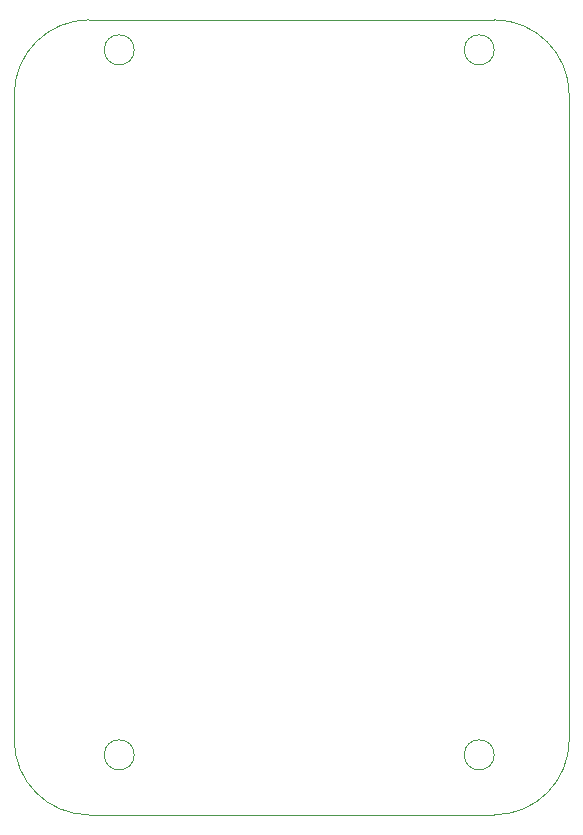
<source format=gbr>
%TF.GenerationSoftware,KiCad,Pcbnew,(5.1.6)-1*%
%TF.CreationDate,2022-06-15T09:10:04-05:00*%
%TF.ProjectId,ESP32-S2_Dev,45535033-322d-4533-925f-4465762e6b69,01*%
%TF.SameCoordinates,Original*%
%TF.FileFunction,Profile,NP*%
%FSLAX46Y46*%
G04 Gerber Fmt 4.6, Leading zero omitted, Abs format (unit mm)*
G04 Created by KiCad (PCBNEW (5.1.6)-1) date 2022-06-15 09:10:04*
%MOMM*%
%LPD*%
G01*
G04 APERTURE LIST*
%TA.AperFunction,Profile*%
%ADD10C,0.050000*%
%TD*%
G04 APERTURE END LIST*
D10*
X106680000Y-130810000D02*
G75*
G03*
X106680000Y-130810000I-1270000J0D01*
G01*
X137160000Y-130810000D02*
G75*
G03*
X137160000Y-130810000I-1270000J0D01*
G01*
X137160000Y-71120000D02*
G75*
G03*
X137160000Y-71120000I-1270000J0D01*
G01*
X106680000Y-71120000D02*
G75*
G03*
X106680000Y-71120000I-1270000J0D01*
G01*
X143510000Y-129540000D02*
X143510000Y-74930000D01*
X96520000Y-129540000D02*
X96520000Y-74930000D01*
X137160000Y-68580000D02*
X102870000Y-68580000D01*
X137160000Y-135890000D02*
X102870000Y-135890000D01*
X143510000Y-129540000D02*
G75*
G02*
X137160000Y-135890000I-6350000J0D01*
G01*
X102870000Y-135890000D02*
G75*
G02*
X96520000Y-129540000I0J6350000D01*
G01*
X137160000Y-68580000D02*
G75*
G02*
X143510000Y-74930000I0J-6350000D01*
G01*
X96520000Y-74930000D02*
G75*
G02*
X102870000Y-68580000I6350000J0D01*
G01*
M02*

</source>
